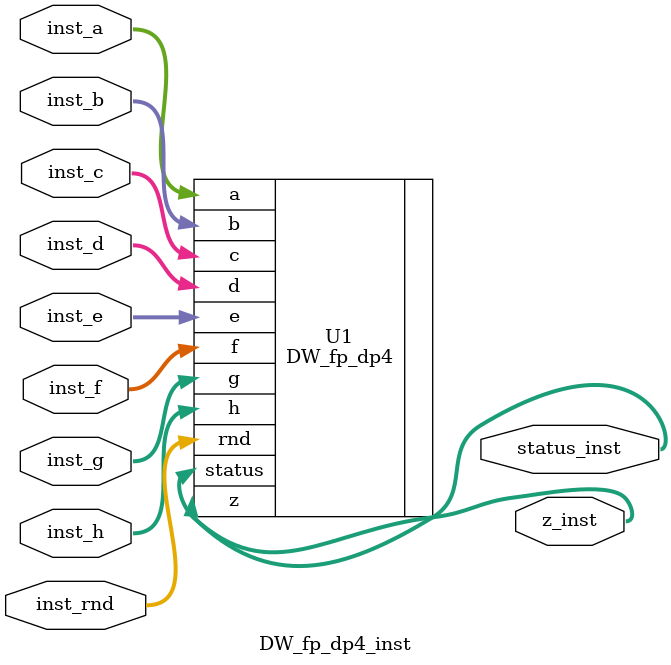
<source format=v>
module DW_fp_dp4_inst( inst_a, inst_b, inst_c, inst_d, inst_e, 
		inst_f, inst_g, inst_h, inst_rnd, z_inst, 
		status_inst );

parameter inst_sig_width = 23;
parameter inst_exp_width = 8;
parameter inst_ieee_compliance = 0;
parameter inst_arch_type = 0;


input [inst_sig_width+inst_exp_width : 0] inst_a;
input [inst_sig_width+inst_exp_width : 0] inst_b;
input [inst_sig_width+inst_exp_width : 0] inst_c;
input [inst_sig_width+inst_exp_width : 0] inst_d;
input [inst_sig_width+inst_exp_width : 0] inst_e;
input [inst_sig_width+inst_exp_width : 0] inst_f;
input [inst_sig_width+inst_exp_width : 0] inst_g;
input [inst_sig_width+inst_exp_width : 0] inst_h;
input [2 : 0] inst_rnd;
output [inst_sig_width+inst_exp_width : 0] z_inst;
output [7 : 0] status_inst;

    // Instance of DW_fp_dp4
    DW_fp_dp4 #(inst_sig_width, inst_exp_width, inst_ieee_compliance, inst_arch_type) U1 (
			.a(inst_a),
			.b(inst_b),
			.c(inst_c),
			.d(inst_d),
			.e(inst_e),
			.f(inst_f),
			.g(inst_g),
			.h(inst_h),
			.rnd(inst_rnd),
			.z(z_inst),
			.status(status_inst) );

endmodule

</source>
